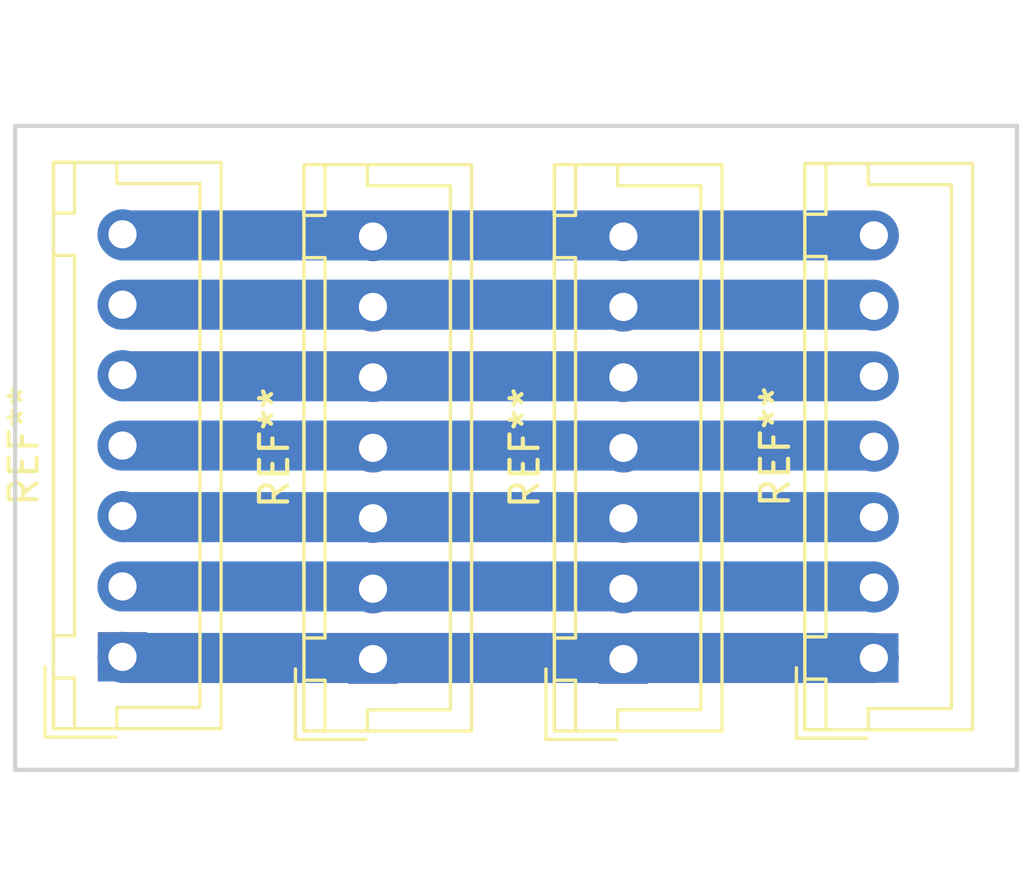
<source format=kicad_pcb>
(kicad_pcb (version 4) (host pcbnew 4.0.6)

  (general
    (links 0)
    (no_connects 0)
    (area 143.434999 64.694999 179.145001 87.705001)
    (thickness 1.6)
    (drawings 4)
    (tracks 14)
    (zones 0)
    (modules 4)
    (nets 1)
  )

  (page A4)
  (layers
    (0 F.Cu signal)
    (31 B.Cu signal)
    (32 B.Adhes user)
    (33 F.Adhes user)
    (34 B.Paste user)
    (35 F.Paste user)
    (36 B.SilkS user)
    (37 F.SilkS user)
    (38 B.Mask user)
    (39 F.Mask user)
    (40 Dwgs.User user)
    (41 Cmts.User user)
    (42 Eco1.User user)
    (43 Eco2.User user)
    (44 Edge.Cuts user)
    (45 Margin user)
    (46 B.CrtYd user)
    (47 F.CrtYd user)
    (48 B.Fab user)
    (49 F.Fab user)
  )

  (setup
    (last_trace_width 1.778)
    (user_trace_width 1.778)
    (trace_clearance 0.254)
    (zone_clearance 0.508)
    (zone_45_only no)
    (trace_min 0.2)
    (segment_width 0.2)
    (edge_width 0.15)
    (via_size 1.016)
    (via_drill 0.6096)
    (via_min_size 0.4)
    (via_min_drill 0.3)
    (uvia_size 0.3)
    (uvia_drill 0.1)
    (uvias_allowed no)
    (uvia_min_size 0.2)
    (uvia_min_drill 0.1)
    (pcb_text_width 0.3)
    (pcb_text_size 1.5 1.5)
    (mod_edge_width 0.15)
    (mod_text_size 1 1)
    (mod_text_width 0.15)
    (pad_size 1.524 1.524)
    (pad_drill 0.762)
    (pad_to_mask_clearance 0.2)
    (aux_axis_origin 0 0)
    (visible_elements FFFFFF7F)
    (pcbplotparams
      (layerselection 0x00030_80000001)
      (usegerberextensions false)
      (excludeedgelayer true)
      (linewidth 0.100000)
      (plotframeref false)
      (viasonmask false)
      (mode 1)
      (useauxorigin false)
      (hpglpennumber 1)
      (hpglpenspeed 20)
      (hpglpendiameter 15)
      (hpglpenoverlay 2)
      (psnegative false)
      (psa4output false)
      (plotreference true)
      (plotvalue true)
      (plotinvisibletext false)
      (padsonsilk false)
      (subtractmaskfromsilk false)
      (outputformat 1)
      (mirror false)
      (drillshape 1)
      (scaleselection 1)
      (outputdirectory ""))
  )

  (net 0 "")

  (net_class Default "This is the default net class."
    (clearance 0.254)
    (trace_width 0.254)
    (via_dia 1.016)
    (via_drill 0.6096)
    (uvia_dia 0.3)
    (uvia_drill 0.1)
  )

  (module Connectors_JST:JST_XH_B07B-XH-A_07x2.50mm_Straight (layer F.Cu) (tedit 58EAE7F0) (tstamp 594D54BF)
    (at 173.99 83.66 90)
    (descr "JST XH series connector, B07B-XH-A, top entry type, through hole")
    (tags "connector jst xh tht top vertical 2.50mm")
    (fp_text reference REF** (at 7.5 -3.5 90) (layer F.SilkS)
      (effects (font (size 1 1) (thickness 0.15)))
    )
    (fp_text value JST_XH_B07B-XH-A_07x2.50mm_Straight (at 7.5 4.5 90) (layer F.Fab)
      (effects (font (size 1 1) (thickness 0.15)))
    )
    (fp_line (start -2.45 -2.35) (end -2.45 3.4) (layer F.Fab) (width 0.1))
    (fp_line (start -2.45 3.4) (end 17.45 3.4) (layer F.Fab) (width 0.1))
    (fp_line (start 17.45 3.4) (end 17.45 -2.35) (layer F.Fab) (width 0.1))
    (fp_line (start 17.45 -2.35) (end -2.45 -2.35) (layer F.Fab) (width 0.1))
    (fp_line (start -2.95 -2.85) (end -2.95 3.9) (layer F.CrtYd) (width 0.05))
    (fp_line (start -2.95 3.9) (end 17.95 3.9) (layer F.CrtYd) (width 0.05))
    (fp_line (start 17.95 3.9) (end 17.95 -2.85) (layer F.CrtYd) (width 0.05))
    (fp_line (start 17.95 -2.85) (end -2.95 -2.85) (layer F.CrtYd) (width 0.05))
    (fp_line (start -2.55 -2.45) (end -2.55 3.5) (layer F.SilkS) (width 0.12))
    (fp_line (start -2.55 3.5) (end 17.55 3.5) (layer F.SilkS) (width 0.12))
    (fp_line (start 17.55 3.5) (end 17.55 -2.45) (layer F.SilkS) (width 0.12))
    (fp_line (start 17.55 -2.45) (end -2.55 -2.45) (layer F.SilkS) (width 0.12))
    (fp_line (start 0.75 -2.45) (end 0.75 -1.7) (layer F.SilkS) (width 0.12))
    (fp_line (start 0.75 -1.7) (end 14.25 -1.7) (layer F.SilkS) (width 0.12))
    (fp_line (start 14.25 -1.7) (end 14.25 -2.45) (layer F.SilkS) (width 0.12))
    (fp_line (start 14.25 -2.45) (end 0.75 -2.45) (layer F.SilkS) (width 0.12))
    (fp_line (start -2.55 -2.45) (end -2.55 -1.7) (layer F.SilkS) (width 0.12))
    (fp_line (start -2.55 -1.7) (end -0.75 -1.7) (layer F.SilkS) (width 0.12))
    (fp_line (start -0.75 -1.7) (end -0.75 -2.45) (layer F.SilkS) (width 0.12))
    (fp_line (start -0.75 -2.45) (end -2.55 -2.45) (layer F.SilkS) (width 0.12))
    (fp_line (start 15.75 -2.45) (end 15.75 -1.7) (layer F.SilkS) (width 0.12))
    (fp_line (start 15.75 -1.7) (end 17.55 -1.7) (layer F.SilkS) (width 0.12))
    (fp_line (start 17.55 -1.7) (end 17.55 -2.45) (layer F.SilkS) (width 0.12))
    (fp_line (start 17.55 -2.45) (end 15.75 -2.45) (layer F.SilkS) (width 0.12))
    (fp_line (start -2.55 -0.2) (end -1.8 -0.2) (layer F.SilkS) (width 0.12))
    (fp_line (start -1.8 -0.2) (end -1.8 2.75) (layer F.SilkS) (width 0.12))
    (fp_line (start -1.8 2.75) (end 7.5 2.75) (layer F.SilkS) (width 0.12))
    (fp_line (start 17.55 -0.2) (end 16.8 -0.2) (layer F.SilkS) (width 0.12))
    (fp_line (start 16.8 -0.2) (end 16.8 2.75) (layer F.SilkS) (width 0.12))
    (fp_line (start 16.8 2.75) (end 7.5 2.75) (layer F.SilkS) (width 0.12))
    (fp_line (start -0.35 -2.75) (end -2.85 -2.75) (layer F.SilkS) (width 0.12))
    (fp_line (start -2.85 -2.75) (end -2.85 -0.25) (layer F.SilkS) (width 0.12))
    (fp_line (start -0.35 -2.75) (end -2.85 -2.75) (layer F.Fab) (width 0.1))
    (fp_line (start -2.85 -2.75) (end -2.85 -0.25) (layer F.Fab) (width 0.1))
    (fp_text user %R (at 7.5 2.5 90) (layer F.Fab)
      (effects (font (size 1 1) (thickness 0.15)))
    )
    (pad 1 thru_hole rect (at 0 0 90) (size 1.75 1.75) (drill 1) (layers *.Cu *.Mask))
    (pad 2 thru_hole circle (at 2.5 0 90) (size 1.75 1.75) (drill 1) (layers *.Cu *.Mask))
    (pad 3 thru_hole circle (at 5 0 90) (size 1.75 1.75) (drill 1) (layers *.Cu *.Mask))
    (pad 4 thru_hole circle (at 7.5 0 90) (size 1.75 1.75) (drill 1) (layers *.Cu *.Mask))
    (pad 5 thru_hole circle (at 10 0 90) (size 1.75 1.75) (drill 1) (layers *.Cu *.Mask))
    (pad 6 thru_hole circle (at 12.5 0 90) (size 1.75 1.75) (drill 1) (layers *.Cu *.Mask))
    (pad 7 thru_hole circle (at 15 0 90) (size 1.75 1.75) (drill 1) (layers *.Cu *.Mask))
    (model Connectors_JST.3dshapes/JST_XH_B07B-XH-A_07x2.50mm_Straight.wrl
      (at (xyz 0 0 0))
      (scale (xyz 1 1 1))
      (rotate (xyz 0 0 0))
    )
  )

  (module Connectors_JST:JST_XH_B07B-XH-A_07x2.50mm_Straight (layer F.Cu) (tedit 58EAE7F0) (tstamp 594D5492)
    (at 165.1 83.7 90)
    (descr "JST XH series connector, B07B-XH-A, top entry type, through hole")
    (tags "connector jst xh tht top vertical 2.50mm")
    (fp_text reference REF** (at 7.5 -3.5 90) (layer F.SilkS)
      (effects (font (size 1 1) (thickness 0.15)))
    )
    (fp_text value JST_XH_B07B-XH-A_07x2.50mm_Straight (at 7.5 4.5 90) (layer F.Fab)
      (effects (font (size 1 1) (thickness 0.15)))
    )
    (fp_line (start -2.45 -2.35) (end -2.45 3.4) (layer F.Fab) (width 0.1))
    (fp_line (start -2.45 3.4) (end 17.45 3.4) (layer F.Fab) (width 0.1))
    (fp_line (start 17.45 3.4) (end 17.45 -2.35) (layer F.Fab) (width 0.1))
    (fp_line (start 17.45 -2.35) (end -2.45 -2.35) (layer F.Fab) (width 0.1))
    (fp_line (start -2.95 -2.85) (end -2.95 3.9) (layer F.CrtYd) (width 0.05))
    (fp_line (start -2.95 3.9) (end 17.95 3.9) (layer F.CrtYd) (width 0.05))
    (fp_line (start 17.95 3.9) (end 17.95 -2.85) (layer F.CrtYd) (width 0.05))
    (fp_line (start 17.95 -2.85) (end -2.95 -2.85) (layer F.CrtYd) (width 0.05))
    (fp_line (start -2.55 -2.45) (end -2.55 3.5) (layer F.SilkS) (width 0.12))
    (fp_line (start -2.55 3.5) (end 17.55 3.5) (layer F.SilkS) (width 0.12))
    (fp_line (start 17.55 3.5) (end 17.55 -2.45) (layer F.SilkS) (width 0.12))
    (fp_line (start 17.55 -2.45) (end -2.55 -2.45) (layer F.SilkS) (width 0.12))
    (fp_line (start 0.75 -2.45) (end 0.75 -1.7) (layer F.SilkS) (width 0.12))
    (fp_line (start 0.75 -1.7) (end 14.25 -1.7) (layer F.SilkS) (width 0.12))
    (fp_line (start 14.25 -1.7) (end 14.25 -2.45) (layer F.SilkS) (width 0.12))
    (fp_line (start 14.25 -2.45) (end 0.75 -2.45) (layer F.SilkS) (width 0.12))
    (fp_line (start -2.55 -2.45) (end -2.55 -1.7) (layer F.SilkS) (width 0.12))
    (fp_line (start -2.55 -1.7) (end -0.75 -1.7) (layer F.SilkS) (width 0.12))
    (fp_line (start -0.75 -1.7) (end -0.75 -2.45) (layer F.SilkS) (width 0.12))
    (fp_line (start -0.75 -2.45) (end -2.55 -2.45) (layer F.SilkS) (width 0.12))
    (fp_line (start 15.75 -2.45) (end 15.75 -1.7) (layer F.SilkS) (width 0.12))
    (fp_line (start 15.75 -1.7) (end 17.55 -1.7) (layer F.SilkS) (width 0.12))
    (fp_line (start 17.55 -1.7) (end 17.55 -2.45) (layer F.SilkS) (width 0.12))
    (fp_line (start 17.55 -2.45) (end 15.75 -2.45) (layer F.SilkS) (width 0.12))
    (fp_line (start -2.55 -0.2) (end -1.8 -0.2) (layer F.SilkS) (width 0.12))
    (fp_line (start -1.8 -0.2) (end -1.8 2.75) (layer F.SilkS) (width 0.12))
    (fp_line (start -1.8 2.75) (end 7.5 2.75) (layer F.SilkS) (width 0.12))
    (fp_line (start 17.55 -0.2) (end 16.8 -0.2) (layer F.SilkS) (width 0.12))
    (fp_line (start 16.8 -0.2) (end 16.8 2.75) (layer F.SilkS) (width 0.12))
    (fp_line (start 16.8 2.75) (end 7.5 2.75) (layer F.SilkS) (width 0.12))
    (fp_line (start -0.35 -2.75) (end -2.85 -2.75) (layer F.SilkS) (width 0.12))
    (fp_line (start -2.85 -2.75) (end -2.85 -0.25) (layer F.SilkS) (width 0.12))
    (fp_line (start -0.35 -2.75) (end -2.85 -2.75) (layer F.Fab) (width 0.1))
    (fp_line (start -2.85 -2.75) (end -2.85 -0.25) (layer F.Fab) (width 0.1))
    (fp_text user %R (at 7.5 2.5 90) (layer F.Fab)
      (effects (font (size 1 1) (thickness 0.15)))
    )
    (pad 1 thru_hole rect (at 0 0 90) (size 1.75 1.75) (drill 1) (layers *.Cu *.Mask))
    (pad 2 thru_hole circle (at 2.5 0 90) (size 1.75 1.75) (drill 1) (layers *.Cu *.Mask))
    (pad 3 thru_hole circle (at 5 0 90) (size 1.75 1.75) (drill 1) (layers *.Cu *.Mask))
    (pad 4 thru_hole circle (at 7.5 0 90) (size 1.75 1.75) (drill 1) (layers *.Cu *.Mask))
    (pad 5 thru_hole circle (at 10 0 90) (size 1.75 1.75) (drill 1) (layers *.Cu *.Mask))
    (pad 6 thru_hole circle (at 12.5 0 90) (size 1.75 1.75) (drill 1) (layers *.Cu *.Mask))
    (pad 7 thru_hole circle (at 15 0 90) (size 1.75 1.75) (drill 1) (layers *.Cu *.Mask))
    (model Connectors_JST.3dshapes/JST_XH_B07B-XH-A_07x2.50mm_Straight.wrl
      (at (xyz 0 0 0))
      (scale (xyz 1 1 1))
      (rotate (xyz 0 0 0))
    )
  )

  (module Connectors_JST:JST_XH_B07B-XH-A_07x2.50mm_Straight (layer F.Cu) (tedit 58EAE7F0) (tstamp 594D5464)
    (at 156.21 83.7 90)
    (descr "JST XH series connector, B07B-XH-A, top entry type, through hole")
    (tags "connector jst xh tht top vertical 2.50mm")
    (fp_text reference REF** (at 7.5 -3.5 90) (layer F.SilkS)
      (effects (font (size 1 1) (thickness 0.15)))
    )
    (fp_text value JST_XH_B07B-XH-A_07x2.50mm_Straight (at 7.5 4.5 90) (layer F.Fab)
      (effects (font (size 1 1) (thickness 0.15)))
    )
    (fp_line (start -2.45 -2.35) (end -2.45 3.4) (layer F.Fab) (width 0.1))
    (fp_line (start -2.45 3.4) (end 17.45 3.4) (layer F.Fab) (width 0.1))
    (fp_line (start 17.45 3.4) (end 17.45 -2.35) (layer F.Fab) (width 0.1))
    (fp_line (start 17.45 -2.35) (end -2.45 -2.35) (layer F.Fab) (width 0.1))
    (fp_line (start -2.95 -2.85) (end -2.95 3.9) (layer F.CrtYd) (width 0.05))
    (fp_line (start -2.95 3.9) (end 17.95 3.9) (layer F.CrtYd) (width 0.05))
    (fp_line (start 17.95 3.9) (end 17.95 -2.85) (layer F.CrtYd) (width 0.05))
    (fp_line (start 17.95 -2.85) (end -2.95 -2.85) (layer F.CrtYd) (width 0.05))
    (fp_line (start -2.55 -2.45) (end -2.55 3.5) (layer F.SilkS) (width 0.12))
    (fp_line (start -2.55 3.5) (end 17.55 3.5) (layer F.SilkS) (width 0.12))
    (fp_line (start 17.55 3.5) (end 17.55 -2.45) (layer F.SilkS) (width 0.12))
    (fp_line (start 17.55 -2.45) (end -2.55 -2.45) (layer F.SilkS) (width 0.12))
    (fp_line (start 0.75 -2.45) (end 0.75 -1.7) (layer F.SilkS) (width 0.12))
    (fp_line (start 0.75 -1.7) (end 14.25 -1.7) (layer F.SilkS) (width 0.12))
    (fp_line (start 14.25 -1.7) (end 14.25 -2.45) (layer F.SilkS) (width 0.12))
    (fp_line (start 14.25 -2.45) (end 0.75 -2.45) (layer F.SilkS) (width 0.12))
    (fp_line (start -2.55 -2.45) (end -2.55 -1.7) (layer F.SilkS) (width 0.12))
    (fp_line (start -2.55 -1.7) (end -0.75 -1.7) (layer F.SilkS) (width 0.12))
    (fp_line (start -0.75 -1.7) (end -0.75 -2.45) (layer F.SilkS) (width 0.12))
    (fp_line (start -0.75 -2.45) (end -2.55 -2.45) (layer F.SilkS) (width 0.12))
    (fp_line (start 15.75 -2.45) (end 15.75 -1.7) (layer F.SilkS) (width 0.12))
    (fp_line (start 15.75 -1.7) (end 17.55 -1.7) (layer F.SilkS) (width 0.12))
    (fp_line (start 17.55 -1.7) (end 17.55 -2.45) (layer F.SilkS) (width 0.12))
    (fp_line (start 17.55 -2.45) (end 15.75 -2.45) (layer F.SilkS) (width 0.12))
    (fp_line (start -2.55 -0.2) (end -1.8 -0.2) (layer F.SilkS) (width 0.12))
    (fp_line (start -1.8 -0.2) (end -1.8 2.75) (layer F.SilkS) (width 0.12))
    (fp_line (start -1.8 2.75) (end 7.5 2.75) (layer F.SilkS) (width 0.12))
    (fp_line (start 17.55 -0.2) (end 16.8 -0.2) (layer F.SilkS) (width 0.12))
    (fp_line (start 16.8 -0.2) (end 16.8 2.75) (layer F.SilkS) (width 0.12))
    (fp_line (start 16.8 2.75) (end 7.5 2.75) (layer F.SilkS) (width 0.12))
    (fp_line (start -0.35 -2.75) (end -2.85 -2.75) (layer F.SilkS) (width 0.12))
    (fp_line (start -2.85 -2.75) (end -2.85 -0.25) (layer F.SilkS) (width 0.12))
    (fp_line (start -0.35 -2.75) (end -2.85 -2.75) (layer F.Fab) (width 0.1))
    (fp_line (start -2.85 -2.75) (end -2.85 -0.25) (layer F.Fab) (width 0.1))
    (fp_text user %R (at 7.5 2.5 90) (layer F.Fab)
      (effects (font (size 1 1) (thickness 0.15)))
    )
    (pad 1 thru_hole rect (at 0 0 90) (size 1.75 1.75) (drill 1) (layers *.Cu *.Mask))
    (pad 2 thru_hole circle (at 2.5 0 90) (size 1.75 1.75) (drill 1) (layers *.Cu *.Mask))
    (pad 3 thru_hole circle (at 5 0 90) (size 1.75 1.75) (drill 1) (layers *.Cu *.Mask))
    (pad 4 thru_hole circle (at 7.5 0 90) (size 1.75 1.75) (drill 1) (layers *.Cu *.Mask))
    (pad 5 thru_hole circle (at 10 0 90) (size 1.75 1.75) (drill 1) (layers *.Cu *.Mask))
    (pad 6 thru_hole circle (at 12.5 0 90) (size 1.75 1.75) (drill 1) (layers *.Cu *.Mask))
    (pad 7 thru_hole circle (at 15 0 90) (size 1.75 1.75) (drill 1) (layers *.Cu *.Mask))
    (model Connectors_JST.3dshapes/JST_XH_B07B-XH-A_07x2.50mm_Straight.wrl
      (at (xyz 0 0 0))
      (scale (xyz 1 1 1))
      (rotate (xyz 0 0 0))
    )
  )

  (module Connectors_JST:JST_XH_B07B-XH-A_07x2.50mm_Straight (layer F.Cu) (tedit 58EAE7F0) (tstamp 594D53D2)
    (at 147.32 83.62 90)
    (descr "JST XH series connector, B07B-XH-A, top entry type, through hole")
    (tags "connector jst xh tht top vertical 2.50mm")
    (fp_text reference REF** (at 7.5 -3.5 90) (layer F.SilkS)
      (effects (font (size 1 1) (thickness 0.15)))
    )
    (fp_text value JST_XH_B07B-XH-A_07x2.50mm_Straight (at 7.5 4.5 90) (layer F.Fab)
      (effects (font (size 1 1) (thickness 0.15)))
    )
    (fp_line (start -2.45 -2.35) (end -2.45 3.4) (layer F.Fab) (width 0.1))
    (fp_line (start -2.45 3.4) (end 17.45 3.4) (layer F.Fab) (width 0.1))
    (fp_line (start 17.45 3.4) (end 17.45 -2.35) (layer F.Fab) (width 0.1))
    (fp_line (start 17.45 -2.35) (end -2.45 -2.35) (layer F.Fab) (width 0.1))
    (fp_line (start -2.95 -2.85) (end -2.95 3.9) (layer F.CrtYd) (width 0.05))
    (fp_line (start -2.95 3.9) (end 17.95 3.9) (layer F.CrtYd) (width 0.05))
    (fp_line (start 17.95 3.9) (end 17.95 -2.85) (layer F.CrtYd) (width 0.05))
    (fp_line (start 17.95 -2.85) (end -2.95 -2.85) (layer F.CrtYd) (width 0.05))
    (fp_line (start -2.55 -2.45) (end -2.55 3.5) (layer F.SilkS) (width 0.12))
    (fp_line (start -2.55 3.5) (end 17.55 3.5) (layer F.SilkS) (width 0.12))
    (fp_line (start 17.55 3.5) (end 17.55 -2.45) (layer F.SilkS) (width 0.12))
    (fp_line (start 17.55 -2.45) (end -2.55 -2.45) (layer F.SilkS) (width 0.12))
    (fp_line (start 0.75 -2.45) (end 0.75 -1.7) (layer F.SilkS) (width 0.12))
    (fp_line (start 0.75 -1.7) (end 14.25 -1.7) (layer F.SilkS) (width 0.12))
    (fp_line (start 14.25 -1.7) (end 14.25 -2.45) (layer F.SilkS) (width 0.12))
    (fp_line (start 14.25 -2.45) (end 0.75 -2.45) (layer F.SilkS) (width 0.12))
    (fp_line (start -2.55 -2.45) (end -2.55 -1.7) (layer F.SilkS) (width 0.12))
    (fp_line (start -2.55 -1.7) (end -0.75 -1.7) (layer F.SilkS) (width 0.12))
    (fp_line (start -0.75 -1.7) (end -0.75 -2.45) (layer F.SilkS) (width 0.12))
    (fp_line (start -0.75 -2.45) (end -2.55 -2.45) (layer F.SilkS) (width 0.12))
    (fp_line (start 15.75 -2.45) (end 15.75 -1.7) (layer F.SilkS) (width 0.12))
    (fp_line (start 15.75 -1.7) (end 17.55 -1.7) (layer F.SilkS) (width 0.12))
    (fp_line (start 17.55 -1.7) (end 17.55 -2.45) (layer F.SilkS) (width 0.12))
    (fp_line (start 17.55 -2.45) (end 15.75 -2.45) (layer F.SilkS) (width 0.12))
    (fp_line (start -2.55 -0.2) (end -1.8 -0.2) (layer F.SilkS) (width 0.12))
    (fp_line (start -1.8 -0.2) (end -1.8 2.75) (layer F.SilkS) (width 0.12))
    (fp_line (start -1.8 2.75) (end 7.5 2.75) (layer F.SilkS) (width 0.12))
    (fp_line (start 17.55 -0.2) (end 16.8 -0.2) (layer F.SilkS) (width 0.12))
    (fp_line (start 16.8 -0.2) (end 16.8 2.75) (layer F.SilkS) (width 0.12))
    (fp_line (start 16.8 2.75) (end 7.5 2.75) (layer F.SilkS) (width 0.12))
    (fp_line (start -0.35 -2.75) (end -2.85 -2.75) (layer F.SilkS) (width 0.12))
    (fp_line (start -2.85 -2.75) (end -2.85 -0.25) (layer F.SilkS) (width 0.12))
    (fp_line (start -0.35 -2.75) (end -2.85 -2.75) (layer F.Fab) (width 0.1))
    (fp_line (start -2.85 -2.75) (end -2.85 -0.25) (layer F.Fab) (width 0.1))
    (fp_text user %R (at 7.5 2.5 90) (layer F.Fab)
      (effects (font (size 1 1) (thickness 0.15)))
    )
    (pad 1 thru_hole rect (at 0 0 90) (size 1.75 1.75) (drill 1) (layers *.Cu *.Mask))
    (pad 2 thru_hole circle (at 2.5 0 90) (size 1.75 1.75) (drill 1) (layers *.Cu *.Mask))
    (pad 3 thru_hole circle (at 5 0 90) (size 1.75 1.75) (drill 1) (layers *.Cu *.Mask))
    (pad 4 thru_hole circle (at 7.5 0 90) (size 1.75 1.75) (drill 1) (layers *.Cu *.Mask))
    (pad 5 thru_hole circle (at 10 0 90) (size 1.75 1.75) (drill 1) (layers *.Cu *.Mask))
    (pad 6 thru_hole circle (at 12.5 0 90) (size 1.75 1.75) (drill 1) (layers *.Cu *.Mask))
    (pad 7 thru_hole circle (at 15 0 90) (size 1.75 1.75) (drill 1) (layers *.Cu *.Mask))
    (model Connectors_JST.3dshapes/JST_XH_B07B-XH-A_07x2.50mm_Straight.wrl
      (at (xyz 0 0 0))
      (scale (xyz 1 1 1))
      (rotate (xyz 0 0 0))
    )
  )

  (gr_line (start 179.07 87.63) (end 143.51 87.63) (layer Edge.Cuts) (width 0.15))
  (gr_line (start 179.07 64.77) (end 179.07 87.63) (layer Edge.Cuts) (width 0.15))
  (gr_line (start 143.51 64.77) (end 179.07 64.77) (layer Edge.Cuts) (width 0.15))
  (gr_line (start 143.51 87.63) (end 143.51 64.77) (layer Edge.Cuts) (width 0.15))

  (segment (start 173.99 83.66) (end 147.36 83.66) (width 1.778) (layer B.Cu) (net 0))
  (segment (start 147.36 83.66) (end 147.32 83.62) (width 1.778) (layer B.Cu) (net 0))
  (segment (start 147.32 81.12) (end 173.95 81.12) (width 1.778) (layer B.Cu) (net 0))
  (segment (start 173.95 81.12) (end 173.99 81.16) (width 1.778) (layer B.Cu) (net 0))
  (segment (start 173.99 78.66) (end 147.36 78.66) (width 1.778) (layer B.Cu) (net 0))
  (segment (start 147.36 78.66) (end 147.32 78.62) (width 1.778) (layer B.Cu) (net 0))
  (segment (start 147.32 76.12) (end 173.95 76.12) (width 1.778) (layer B.Cu) (net 0))
  (segment (start 173.95 76.12) (end 173.99 76.16) (width 1.778) (layer B.Cu) (net 0))
  (segment (start 173.99 73.66) (end 147.36 73.66) (width 1.778) (layer B.Cu) (net 0))
  (segment (start 147.36 73.66) (end 147.32 73.62) (width 1.778) (layer B.Cu) (net 0))
  (segment (start 147.32 71.12) (end 173.95 71.12) (width 1.778) (layer B.Cu) (net 0))
  (segment (start 173.95 71.12) (end 173.99 71.16) (width 1.778) (layer B.Cu) (net 0))
  (segment (start 173.99 68.66) (end 147.36 68.66) (width 1.778) (layer B.Cu) (net 0))
  (segment (start 147.36 68.66) (end 147.32 68.62) (width 1.778) (layer B.Cu) (net 0))

)

</source>
